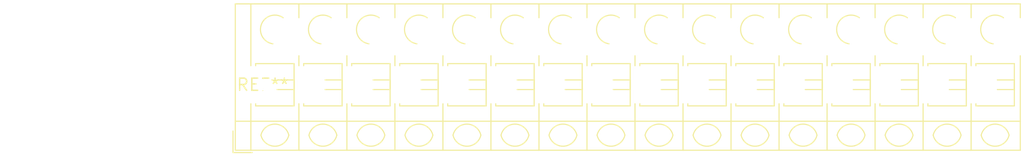
<source format=kicad_pcb>
(kicad_pcb (version 20240108) (generator pcbnew)
  (layers (0 "F.Cu" signal) (31 "B.Cu" signal) (34 "B.Paste" user) (35 "F.Paste" user) (36 "B.SilkS" user "B.Silkscreen") (37 "F.SilkS" user "F.Silkscreen") (38 "B.Mask" user) (39 "F.Mask" user) (44 "Edge.Cuts" user))
  (net 0 "")
  (footprint "TerminalBlock_WAGO_804-116_1x16_P5.00mm_45Degree" (layer "F.Cu") (at 0 0)
    (property "Reference" "REF**")
    (property "Value" "TerminalBlock_WAGO_804-116_1x16_P5.00mm_45Degree")
    (fp_line (start -3.11 4.82) (end -3.11 7.06) (layer "F.SilkS") (stroke (width 0.12)))
    (fp_line (start -3.11 7.06) (end -1.11 7.06) (layer "F.SilkS") (stroke (width 0.12)))
    (fp_line (start -2.87 -8.42) (end -2.87 6.82) (layer "F.SilkS") (stroke (width 0.12)))
    (fp_line (start -2.87 -8.42) (end 78.87 -8.42) (layer "F.SilkS") (stroke (width 0.12)))
    (fp_line (start -2.87 3.8) (end 78.87 3.8) (layer "F.SilkS") (stroke (width 0.12)))
    (fp_line (start -2.87 6.82) (end 78.87 6.82) (layer "F.SilkS") (stroke (width 0.12)))
    (fp_line (start -1.25 -8.42) (end -1.25 -1.98) (layer "F.SilkS") (stroke (width 0.12)))
    (fp_line (start -1.25 1.98) (end -1.25 6.82) (layer "F.SilkS") (stroke (width 0.12)))
    (fp_line (start -0.75 -2.2) (end -0.75 -1.98) (layer "F.SilkS") (stroke (width 0.12)))
    (fp_line (start -0.75 -2.2) (end 3.25 -2.2) (layer "F.SilkS") (stroke (width 0.12)))
    (fp_line (start -0.75 1.98) (end -0.75 2.2) (layer "F.SilkS") (stroke (width 0.12)))
    (fp_line (start -0.75 2.2) (end 3.25 2.2) (layer "F.SilkS") (stroke (width 0.12)))
    (fp_line (start 1.48 -0.5) (end 3.25 -0.5) (layer "F.SilkS") (stroke (width 0.12)))
    (fp_line (start 1.48 0.5) (end 3.25 0.5) (layer "F.SilkS") (stroke (width 0.12)))
    (fp_line (start 3.25 -2.2) (end 3.25 2.2) (layer "F.SilkS") (stroke (width 0.12)))
    (fp_line (start 3.25 -0.5) (end 3.25 0.5) (layer "F.SilkS") (stroke (width 0.12)))
    (fp_line (start 3.75 -8.42) (end 3.75 -6.98) (layer "F.SilkS") (stroke (width 0.12)))
    (fp_line (start 3.75 -3.02) (end 3.75 -1.98) (layer "F.SilkS") (stroke (width 0.12)))
    (fp_line (start 3.75 1.98) (end 3.75 6.82) (layer "F.SilkS") (stroke (width 0.12)))
    (fp_line (start 4.25 -2.2) (end 4.25 -1.98) (layer "F.SilkS") (stroke (width 0.12)))
    (fp_line (start 4.25 -2.2) (end 8.25 -2.2) (layer "F.SilkS") (stroke (width 0.12)))
    (fp_line (start 4.25 1.98) (end 4.25 2.2) (layer "F.SilkS") (stroke (width 0.12)))
    (fp_line (start 4.25 2.2) (end 8.25 2.2) (layer "F.SilkS") (stroke (width 0.12)))
    (fp_line (start 6.48 -0.5) (end 8.25 -0.5) (layer "F.SilkS") (stroke (width 0.12)))
    (fp_line (start 6.48 0.5) (end 8.25 0.5) (layer "F.SilkS") (stroke (width 0.12)))
    (fp_line (start 8.25 -2.2) (end 8.25 2.2) (layer "F.SilkS") (stroke (width 0.12)))
    (fp_line (start 8.25 -0.5) (end 8.25 0.5) (layer "F.SilkS") (stroke (width 0.12)))
    (fp_line (start 8.75 -8.42) (end 8.75 -6.98) (layer "F.SilkS") (stroke (width 0.12)))
    (fp_line (start 8.75 -3.02) (end 8.75 -1.98) (layer "F.SilkS") (stroke (width 0.12)))
    (fp_line (start 8.75 1.98) (end 8.75 6.82) (layer "F.SilkS") (stroke (width 0.12)))
    (fp_line (start 9.25 -2.2) (end 9.25 -1.98) (layer "F.SilkS") (stroke (width 0.12)))
    (fp_line (start 9.25 -2.2) (end 13.25 -2.2) (layer "F.SilkS") (stroke (width 0.12)))
    (fp_line (start 9.25 1.98) (end 9.25 2.2) (layer "F.SilkS") (stroke (width 0.12)))
    (fp_line (start 9.25 2.2) (end 13.25 2.2) (layer "F.SilkS") (stroke (width 0.12)))
    (fp_line (start 11.48 -0.5) (end 13.25 -0.5) (layer "F.SilkS") (stroke (width 0.12)))
    (fp_line (start 11.48 0.5) (end 13.25 0.5) (layer "F.SilkS") (stroke (width 0.12)))
    (fp_line (start 13.25 -2.2) (end 13.25 2.2) (layer "F.SilkS") (stroke (width 0.12)))
    (fp_line (start 13.25 -0.5) (end 13.25 0.5) (layer "F.SilkS") (stroke (width 0.12)))
    (fp_line (start 13.75 -8.42) (end 13.75 -6.98) (layer "F.SilkS") (stroke (width 0.12)))
    (fp_line (start 13.75 -3.02) (end 13.75 -1.98) (layer "F.SilkS") (stroke (width 0.12)))
    (fp_line (start 13.75 1.98) (end 13.75 6.82) (layer "F.SilkS") (stroke (width 0.12)))
    (fp_line (start 14.25 -2.2) (end 14.25 -1.98) (layer "F.SilkS") (stroke (width 0.12)))
    (fp_line (start 14.25 -2.2) (end 18.25 -2.2) (layer "F.SilkS") (stroke (width 0.12)))
    (fp_line (start 14.25 1.98) (end 14.25 2.2) (layer "F.SilkS") (stroke (width 0.12)))
    (fp_line (start 14.25 2.2) (end 18.25 2.2) (layer "F.SilkS") (stroke (width 0.12)))
    (fp_line (start 16.48 -0.5) (end 18.25 -0.5) (layer "F.SilkS") (stroke (width 0.12)))
    (fp_line (start 16.48 0.5) (end 18.25 0.5) (layer "F.SilkS") (stroke (width 0.12)))
    (fp_line (start 18.25 -2.2) (end 18.25 2.2) (layer "F.SilkS") (stroke (width 0.12)))
    (fp_line (start 18.25 -0.5) (end 18.25 0.5) (layer "F.SilkS") (stroke (width 0.12)))
    (fp_line (start 18.75 -8.42) (end 18.75 -6.98) (layer "F.SilkS") (stroke (width 0.12)))
    (fp_line (start 18.75 -3.02) (end 18.75 -1.98) (layer "F.SilkS") (stroke (width 0.12)))
    (fp_line (start 18.75 1.98) (end 18.75 6.82) (layer "F.SilkS") (stroke (width 0.12)))
    (fp_line (start 19.25 -2.2) (end 19.25 -1.98) (layer "F.SilkS") (stroke (width 0.12)))
    (fp_line (start 19.25 -2.2) (end 23.25 -2.2) (layer "F.SilkS") (stroke (width 0.12)))
    (fp_line (start 19.25 1.98) (end 19.25 2.2) (layer "F.SilkS") (stroke (width 0.12)))
    (fp_line (start 19.25 2.2) (end 23.25 2.2) (layer "F.SilkS") (stroke (width 0.12)))
    (fp_line (start 21.48 -0.5) (end 23.25 -0.5) (layer "F.SilkS") (stroke (width 0.12)))
    (fp_line (start 21.48 0.5) (end 23.25 0.5) (layer "F.SilkS") (stroke (width 0.12)))
    (fp_line (start 23.25 -2.2) (end 23.25 2.2) (layer "F.SilkS") (stroke (width 0.12)))
    (fp_line (start 23.25 -0.5) (end 23.25 0.5) (layer "F.SilkS") (stroke (width 0.12)))
    (fp_line (start 23.75 -8.42) (end 23.75 -6.98) (layer "F.SilkS") (stroke (width 0.12)))
    (fp_line (start 23.75 -3.02) (end 23.75 -1.98) (layer "F.SilkS") (stroke (width 0.12)))
    (fp_line (start 23.75 1.98) (end 23.75 6.82) (layer "F.SilkS") (stroke (width 0.12)))
    (fp_line (start 24.25 -2.2) (end 24.25 -1.98) (layer "F.SilkS") (stroke (width 0.12)))
    (fp_line (start 24.25 -2.2) (end 28.25 -2.2) (layer "F.SilkS") (stroke (width 0.12)))
    (fp_line (start 24.25 1.98) (end 24.25 2.2) (layer "F.SilkS") (stroke (width 0.12)))
    (fp_line (start 24.25 2.2) (end 28.25 2.2) (layer "F.SilkS") (stroke (width 0.12)))
    (fp_line (start 26.48 -0.5) (end 28.25 -0.5) (layer "F.SilkS") (stroke (width 0.12)))
    (fp_line (start 26.48 0.5) (end 28.25 0.5) (layer "F.SilkS") (stroke (width 0.12)))
    (fp_line (start 28.25 -2.2) (end 28.25 2.2) (layer "F.SilkS") (stroke (width 0.12)))
    (fp_line (start 28.25 -0.5) (end 28.25 0.5) (layer "F.SilkS") (stroke (width 0.12)))
    (fp_line (start 28.75 -8.42) (end 28.75 -6.98) (layer "F.SilkS") (stroke (width 0.12)))
    (fp_line (start 28.75 -3.02) (end 28.75 -1.98) (layer "F.SilkS") (stroke (width 0.12)))
    (fp_line (start 28.75 1.98) (end 28.75 6.82) (layer "F.SilkS") (stroke (width 0.12)))
    (fp_line (start 29.25 -2.2) (end 29.25 -1.98) (layer "F.SilkS") (stroke (width 0.12)))
    (fp_line (start 29.25 -2.2) (end 33.25 -2.2) (layer "F.SilkS") (stroke (width 0.12)))
    (fp_line (start 29.25 1.98) (end 29.25 2.2) (layer "F.SilkS") (stroke (width 0.12)))
    (fp_line (start 29.25 2.2) (end 33.25 2.2) (layer "F.SilkS") (stroke (width 0.12)))
    (fp_line (start 31.48 -0.5) (end 33.25 -0.5) (layer "F.SilkS") (stroke (width 0.12)))
    (fp_line (start 31.48 0.5) (end 33.25 0.5) (layer "F.SilkS") (stroke (width 0.12)))
    (fp_line (start 33.25 -2.2) (end 33.25 2.2) (layer "F.SilkS") (stroke (width 0.12)))
    (fp_line (start 33.25 -0.5) (end 33.25 0.5) (layer "F.SilkS") (stroke (width 0.12)))
    (fp_line (start 33.75 -8.42) (end 33.75 -6.98) (layer "F.SilkS") (stroke (width 0.12)))
    (fp_line (start 33.75 -3.02) (end 33.75 -1.98) (layer "F.SilkS") (stroke (width 0.12)))
    (fp_line (start 33.75 1.98) (end 33.75 6.82) (layer "F.SilkS") (stroke (width 0.12)))
    (fp_line (start 34.25 -2.2) (end 34.25 -1.98) (layer "F.SilkS") (stroke (width 0.12)))
    (fp_line (start 34.25 -2.2) (end 38.25 -2.2) (layer "F.SilkS") (stroke (width 0.12)))
    (fp_line (start 34.25 1.98) (end 34.25 2.2) (layer "F.SilkS") (stroke (width 0.12)))
    (fp_line (start 34.25 2.2) (end 38.25 2.2) (layer "F.SilkS") (stroke (width 0.12)))
    (fp_line (start 36.48 -0.5) (end 38.25 -0.5) (layer "F.SilkS") (stroke (width 0.12)))
    (fp_line (start 36.48 0.5) (end 38.25 0.5) (layer "F.SilkS") (stroke (width 0.12)))
    (fp_line (start 38.25 -2.2) (end 38.25 2.2) (layer "F.SilkS") (stroke (width 0.12)))
    (fp_line (start 38.25 -0.5) (end 38.25 0.5) (layer "F.SilkS") (stroke (width 0.12)))
    (fp_line (start 38.75 -8.42) (end 38.75 -6.98) (layer "F.SilkS") (stroke (width 0.12)))
    (fp_line (start 38.75 -3.02) (end 38.75 -1.98) (layer "F.SilkS") (stroke (width 0.12)))
    (fp_line (start 38.75 1.98) (end 38.75 6.82) (layer "F.SilkS") (stroke (width 0.12)))
    (fp_line (start 39.25 -2.2) (end 39.25 -1.98) (layer "F.SilkS") (stroke (width 0.12)))
    (fp_line (start 39.25 -2.2) (end 43.25 -2.2) (layer "F.SilkS") (stroke (width 0.12)))
    (fp_line (start 39.25 1.98) (end 39.25 2.2) (layer "F.SilkS") (stroke (width 0.12)))
    (fp_line (start 39.25 2.2) (end 43.25 2.2) (layer "F.SilkS") (stroke (width 0.12)))
    (fp_line (start 41.48 -0.5) (end 43.25 -0.5) (layer "F.SilkS") (stroke (width 0.12)))
    (fp_line (start 41.48 0.5) (end 43.25 0.5) (layer "F.SilkS") (stroke (width 0.12)))
    (fp_line (start 43.25 -2.2) (end 43.25 2.2) (layer "F.SilkS") (stroke (width 0.12)))
    (fp_line (start 43.25 -0.5) (end 43.25 0.5) (layer "F.SilkS") (stroke (width 0.12)))
    (fp_line (start 43.75 -8.42) (end 43.75 -6.98) (layer "F.SilkS") (stroke (width 0.12)))
    (fp_line (start 43.75 -3.02) (end 43.75 -1.98) (layer "F.SilkS") (stroke (width 0.12)))
    (fp_line (start 43.75 1.98) (end 43.75 6.82) (layer "F.SilkS") (stroke (width 0.12)))
    (fp_line (start 44.25 -2.2) (end 44.25 -1.98) (layer "F.SilkS") (stroke (width 0.12)))
    (fp_line (start 44.25 -2.2) (end 48.25 -2.2) (layer "F.SilkS") (stroke (width 0.12)))
    (fp_line (start 44.25 1.98) (end 44.25 2.2) (layer "F.SilkS") (stroke (width 0.12)))
    (fp_line (start 44.25 2.2) (end 48.25 2.2) (layer "F.SilkS") (stroke (width 0.12)))
    (fp_line (start 46.48 -0.5) (end 48.25 -0.5) (layer "F.SilkS") (stroke (width 0.12)))
    (fp_line (start 46.48 0.5) (end 48.25 0.5) (layer "F.SilkS") (stroke (width 0.12)))
    (fp_line (start 48.25 -2.2) (end 48.25 2.2) (layer "F.SilkS") (stroke (width 0.12)))
    (fp_line (start 48.25 -0.5) (end 48.25 0.5) (layer "F.SilkS") (stroke (width 0.12)))
    (fp_line (start 48.75 -8.42) (end 48.75 -6.98) (layer "F.SilkS") (stroke (width 0.12)))
    (fp_line (start 48.75 -3.02) (end 48.75 -1.98) (layer "F.SilkS") (stroke (width 0.12)))
    (fp_line (start 48.75 1.98) (end 48.75 6.82) (layer "F.SilkS") (stroke (width 0.12)))
    (fp_line (start 49.25 -2.2) (end 49.25 -1.98) (layer "F.SilkS") (stroke (width 0.12)))
    (fp_line (start 49.25 -2.2) (end 53.25 -2.2) (layer "F.SilkS") (stroke (width 0.12)))
    (fp_line (start 49.25 1.98) (end 49.25 2.2) (layer "F.SilkS") (stroke (width 0.12)))
    (fp_line (start 49.25 2.2) (end 53.25 2.2) (layer "F.SilkS") (stroke (width 0.12)))
    (fp_line (start 51.48 -0.5) (end 53.25 -0.5) (layer "F.SilkS") (stroke (width 0.12)))
    (fp_line (start 51.48 0.5) (end 53.25 0.5) (layer "F.SilkS") (stroke (width 0.12)))
    (fp_line (start 53.25 -2.2) (end 53.25 2.2) (layer "F.SilkS") (stroke (width 0.12)))
    (fp_line (start 53.25 -0.5) (end 53.25 0.5) (layer "F.SilkS") (stroke (width 0.12)))
    (fp_line (start 53.75 -8.42) (end 53.75 -6.98) (layer "F.SilkS") (stroke (width 0.12)))
    (fp_line (start 53.75 -3.02) (end 53.75 -1.98) (layer "F.SilkS") (stroke (width 0.12)))
    (fp_line (start 53.75 1.98) (end 53.75 6.82) (layer "F.SilkS") (stroke (width 0.12)))
    (fp_line (start 54.25 -2.2) (end 54.25 -1.98) (layer "F.SilkS") (stroke (width 0.12)))
    (fp_line (start 54.25 -2.2) (end 58.25 -2.2) (layer "F.SilkS") (stroke (width 0.12)))
    (fp_line (start 54.25 1.98) (end 54.25 2.2) (layer "F.SilkS") (stroke (width 0.12)))
    (fp_line (start 54.25 2.2) (end 58.25 2.2) (layer "F.SilkS") (stroke (width 0.12)))
    (fp_line (start 56.48 -0.5) (end 58.25 -0.5) (layer "F.SilkS") (stroke (width 0.12)))
    (fp_line (start 56.48 0.5) (end 58.25 0.5) (layer "F.SilkS") (stroke (width 0.12)))
    (fp_line (start 58.25 -2.2) (end 58.25 2.2) (layer "F.SilkS") (stroke (width 0.12)))
    (fp_line (start 58.25 -0.5) (end 58.25 0.5) (layer "F.SilkS") (stroke (width 0.12)))
    (fp_line (start 58.75 -8.42) (end 58.75 -6.98) (layer "F.SilkS") (stroke (width 0.12)))
    (fp_line (start 58.75 -3.02) (end 58.75 -1.98) (layer "F.SilkS") (stroke (width 0.12)))
    (fp_line (start 58.75 1.98) (end 58.75 6.82) (layer "F.SilkS") (stroke (width 0.12)))
    (fp_line (start 59.25 -2.2) (end 59.25 -1.98) (layer "F.SilkS") (stroke (width 0.12)))
    (fp_line (start 59.25 -2.2) (end 63.25 -2.2) (layer "F.SilkS") (stroke (width 0.12)))
    (fp_line (start 59.25 1.98) (end 59.25 2.2) (layer "F.SilkS") (stroke (width 0.12)))
    (fp_line (start 59.25 2.2) (end 63.25 2.2) (layer "F.SilkS") (stroke (width 0.12)))
    (fp_line (start 61.48 -0.5) (end 63.25 -0.5) (layer "F.SilkS") (stroke (width 0.12)))
    (fp_line (start 61.48 0.5) (end 63.25 0.5) (layer "F.SilkS") (stroke (width 0.12)))
    (fp_line (start 63.25 -2.2) (end 63.25 2.2) (layer "F.SilkS") (stroke (width 0.12)))
    (fp_line (start 63.25 -0.5) (end 63.25 0.5) (layer "F.SilkS") (stroke (width 0.12)))
    (fp_line (start 63.75 -8.42) (end 63.75 -6.98) (layer "F.SilkS") (stroke (width 0.12)))
    (fp_line (start 63.75 -3.02) (end 63.75 -1.98) (layer "F.SilkS") (stroke (width 0.12)))
    (fp_line (start 63.75 1.98) (end 63.75 6.82) (layer "F.SilkS") (stroke (width 0.12)))
    (fp_line (start 64.25 -2.2) (end 64.25 -1.98) (layer "F.SilkS") (stroke (width 0.12)))
    (fp_line (start 64.25 -2.2) (end 68.25 -2.2) (layer "F.SilkS") (stroke (width 0.12)))
    (fp_line (start 64.25 1.98) (end 64.25 2.2) (layer "F.SilkS") (stroke (width 0.12)))
    (fp_line (start 64.25 2.2) (end 68.25 2.2) (layer "F.SilkS") (stroke (width 0.12)))
    (fp_line (start 66.48 -0.5) (end 68.25 -0.5) (layer "F.SilkS") (stroke (width 0.12)))
    (fp_line (start 66.48 0.5) (end 68.25 0.5) (layer "F.SilkS") (stroke (width 0.12)))
    (fp_line (start 68.25 -2.2) (end 68.25 2.2) (layer "F.SilkS") (stroke (width 0.12)))
    (fp_line (start 68.25 -0.5) (end 68.25 0.5) (layer "F.SilkS") (stroke (width 0.12)))
    (fp_line (start 68.75 -8.42) (end 68.75 -6.98) (layer "F.SilkS") (stroke (width 0.12)))
    (fp_line (start 68.75 -3.02) (end 68.75 -1.98) (layer "F.SilkS") (stroke (width 0.12)))
    (fp_line (start 68.75 1.98) (end 68.75 6.82) (layer "F.SilkS") (stroke (width 0.12)))
    (fp_line (start 69.25 -2.2) (end 69.25 -1.98) (layer "F.SilkS") (stroke (width 0.12)))
    (fp_line (start 69.25 -2.2) (end 73.25 -2.2) (layer "F.SilkS") (stroke (width 0.12)))
    (fp_line (start 69.25 1.98) (end 69.25 2.2) (layer "F.SilkS") (stroke (width 0.12)))
    (fp_line (start 69.25 2.2) (end 73.25 2.2) (layer "F.SilkS") (stroke (width 0.12)))
    (fp_line (start 71.48 -0.5) (end 73.25 -0.5) (layer "F.SilkS") (stroke (width 0.12)))
    (fp_line (start 71.48 0.5) (end 73.25 0.5) (layer "F.SilkS") (stroke (width 0.12)))
    (fp_line (start 73.25 -2.2) (end 73.25 2.2) (layer "F.SilkS") (stroke (width 0.12)))
    (fp_line (start 73.25 -0.5) (end 73.25 0.5) (layer "F.SilkS") (stroke (width 0.12)))
    (fp_line (start 73.75 -8.42) (end 73.75 -6.98) (layer "F.SilkS") (stroke (width 0.12)))
    (fp_line (start 73.75 -3.02) (end 73.75 -1.98) (layer "F.SilkS") (stroke (width 0.12)))
    (fp_line (start 73.75 1.98) (end 73.75 6.82) (layer "F.SilkS") (stroke (width 0.12)))
    (fp_line (start 74.25 -2.2) (end 74.25 -1.98) (layer "F.SilkS") (stroke (width 0.12)))
    (fp_line (start 74.25 -2.2) (end 78.25 -2.2) (layer "F.SilkS") (stroke (width 0.12)))
    (fp_line (start 74.25 1.98) (end 74.25 2.2) (layer "F.SilkS") (stroke (width 0.12)))
    (fp_line (start 74.25 2.2) (end 78.25 2.2) (layer "F.SilkS") (stroke (width 0.12)))
    (fp_line (start 76.48 -0.5) (end 78.25 -0.5) (layer "F.SilkS") (stroke (width 0.12)))
    (fp_line (start 76.48 0.5) (end 78.25 0.5) (layer "F.SilkS") (stroke (width 0.12)))
    (fp_line (start 78.25 -2.2) (end 78.25 2.2) (layer "F.SilkS") (stroke (width 0.12)))
    (fp_line (start 78.25 -0.5) (end 78.25 0.5) (layer "F.SilkS") (stroke (width 0.12)))
    (fp_line (start 78.87 -8.42) (end 78.87 -6.98) (layer "F.SilkS") (stroke (width 0.12)))
    (fp_line (start 78.87 -3.02) (end 78.87 6.82) (layer "F.SilkS") (stroke (width 0.12)))
    (fp_arc (start -0.200865 5.250424) (mid 1.250296 4.099926) (end 2.701 5.251) (layer "F.SilkS") (stroke (width 0.12)))
    (fp_arc (start 1.040798 -4.264067) (mid -0.146039 -6.300306) (end 2.111 -6.979) (layer "F.SilkS") (stroke (width 0.12)))
    (fp_arc (start 2.7 5.25) (mid 1.250068 6.400101) (end -0.199969 5.250133) (layer "F.SilkS") (stroke (width 0.12)))
    (fp_arc (start 4.799135 5.250424) (mid 6.250296 4.099926) (end 7.701 5.251) (layer "F.SilkS") (stroke (width 0.12)))
    (fp_arc (start 6.040798 -4.264067) (mid 4.853961 -6.300306) (end 7.111 -6.979) (layer "F.SilkS") (stroke (width 0.12)))
    (fp_arc (start 7.7 5.25) (mid 6.250068 6.400101) (end 4.800031 5.250133) (layer "F.SilkS") (stroke (width 0.12)))
    (fp_arc (start 9.799135 5.250424) (mid 11.250296 4.099926) (end 12.701 5.251) (layer "F.SilkS") (stroke (width 0.12)))
    (fp_arc (start 11.040798 -4.264067) (mid 9.853961 -6.300306) (end 12.111 -6.979) (layer "F.SilkS") (stroke (width 0.12)))
    (fp_arc (start 12.7 5.25) (mid 11.250068 6.400101) (end 9.800031 5.250133) (layer "F.SilkS") (stroke (width 0.12)))
    (fp_arc (start 14.799135 5.250424) (mid 16.250296 4.099926) (end 17.701 5.251) (layer "F.SilkS") (stroke (width 0.12)))
    (fp_arc (start 16.040798 -4.264067) (mid 14.853961 -6.300306) (end 17.111 -6.979) (layer "F.SilkS") (stroke (width 0.12)))
    (fp_arc (start 17.7 5.25) (mid 16.250068 6.400101) (end 14.800031 5.250133) (layer "F.SilkS") (stroke (width 0.12)))
    (fp_arc (start 19.799135 5.250424) (mid 21.250296 4.099926) (end 22.701 5.251) (layer "F.SilkS") (stroke (width 0.12)))
    (fp_arc (start 21.040798 -4.264067) (mid 19.853961 -6.300306) (end 22.111 -6.979) (layer "F.SilkS") (stroke (width 0.12)))
    (fp_arc (start 22.7 5.25) (mid 21.250068 6.400101) (end 19.800031 5.250133) (layer "F.SilkS") (stroke (width 0.12)))
    (fp_arc (start 24.799135 5.250424) (mid 26.250296 4.099926) (end 27.701 5.251) (layer "F.SilkS") (stroke (width 0.12)))
    (fp_arc (start 26.040798 -4.264067) (mid 24.853961 -6.300306) (end 27.111 -6.979) (layer "F.SilkS") (stroke (width 0.12)))
    (fp_arc (start 27.7 5.25) (mid 26.250068 6.400101) (end 24.800031 5.250133) (layer "F.SilkS") (stroke (width 0.12)))
    (fp_arc (start 29.799135 5.250424) (mid 31.250296 4.099926) (end 32.701 5.251) (layer "F.SilkS") (stroke (width 0.12)))
    (fp_arc (start 31.040798 -4.264067) (mid 29.853961 -6.300306) (end 32.111 -6.979) (layer "F.SilkS") (stroke (width 0.12)))
    (fp_arc (start 32.701 5.25) (mid 31.250296 6.401074) (end 29.799135 5.250576) (layer "F.SilkS") (stroke (width 0.12)))
    (fp_arc (start 34.799135 5.250424) (mid 36.250296 4.099926) (end 37.701 5.251) (layer "F.SilkS") (stroke (width 0.12)))
    (fp_arc (start 36.040798 -4.264067) (mid 34.853961 -6.300306) (end 37.111 -6.979) (layer "F.SilkS") (stroke (width 0.12)))
    (fp_arc (start 37.7 5.25) (mid 36.250068 6.400101) (end 34.800031 5.250133) (layer "F.SilkS") (stroke (width 0.12)))
    (fp_arc (start 39.799135 5.250424) (mid 41.250296 4.099926) (end 42.701 5.251) (layer "F.SilkS") (stroke (width 0.12)))
    (fp_arc (start 41.040798 -4.264067) (mid 39.853961 -6.300306) (end 42.111 -6.979) (layer "F.SilkS") (stroke (width 0.12)))
    (fp_arc (start 42.7 5.25) (mid 41.250068 6.400101) (end 39.800031 5.250133) (layer "F.SilkS") (stroke (width 0.12)))
    (fp_arc (start 44.799135 5.250424) (mid 46.250296 4.099926) (end 47.701 5.251) (layer "F.SilkS") (stroke (width 0.12)))
    (fp_arc (start 46.040798 -4.264067) (mid 44.853961 -6.300306) (end 47.111 -6.979) (layer "F.SilkS") (stroke (width 0.12)))
    (fp_arc (start 47.7 5.25) (mid 46.250068 6.400101) (end 44.800031 5.250133) (layer "F.SilkS") (stroke (width 0.12)))
    (fp_arc (start 49.799135 5.250424) (mid 51.250296 4.099926) (end 52.701 5.251) (layer "F.SilkS") (stroke (width 0.12)))
    (fp_arc (start 51.040798 -4.264067) (mid 49.853961 -6.300306) (end 52.111 -6.979) (layer "F.SilkS") (stroke (width 0.12)))
    (fp_arc (start 52.7 5.25) (mid 51.250068 6.400101) (end 49.800031 5.250133) (layer "F.SilkS") (stroke (width 0.12)))
    (fp_arc (start 54.799135 5.250424) (mid 56.250296 4.099926) (end 57.701 5.251) (layer "F.SilkS") (stroke (width 0.12)))
    (fp_arc (start 56.040798 -4.264067) (mid 54.853961 -6.300306) (end 57.111 -6.979) (layer "F.SilkS") (stroke (width 0.12)))
    (fp_arc (start 57.7 5.25) (mid 56.250068 6.400101) (end 54.800031 5.250133) (layer "F.SilkS") (stroke (width 0.12)))
    (fp_arc (start 59.799135 5.250424) (mid 61.250296 4.099926) (end 62.701 5.251) (layer "F.SilkS") (stroke (width 0.12)))
    (fp_arc (start 61.040798 -4.264067) (mid 59.853961 -6.300306) (end 62.111 -6.979) (layer "F.SilkS") (stroke (width 0.12)))
    (fp_arc (start 62.7 5.25) (mid 61.250068 6.400101) (end 59.800031 5.250133) (layer "F.SilkS") (stroke (width 0.12)))
    (fp_arc (start 64.799135 5.250424) (mid 66.250296 4.099926) (end 67.701 5.251) (layer "F.SilkS") (stroke (width 0.12)))
    (fp_arc (start 66.040798 -4.264067) (mid 64.853961 -6.300306) (end 67.111 -6.979) (layer "F.SilkS") (stroke (width 0.12)))
    (fp_arc (start 67.7 5.25) (mid 66.250068 6.400101) (end 64.800031 5.250133) (layer "F.SilkS") (stroke (width 0.12)))
    (fp_arc (start 69.799135 5.250424) (mid 71.250296 4.099926) (end 72.701 5.251) (layer "F.SilkS") (stroke (width 0.12)))
    (fp_arc (start 71.040798 -4.264067) (mid 69.853961 -6.300306) (end 72.111 -6.979) (layer "F.SilkS") (stroke (width 0.12)))
    (fp_arc (start 72.7 5.25) (mid 71.250068 6.400101) (end 69.800031 5.250133) (layer "F.SilkS") (stroke (width 0.12)))
    (fp_arc (start 74.799135 5.250424) (mid 76.250296 4.099926) (end 77.701 5.251) (layer "F.SilkS") (stroke (width 0.12)))
    (fp_arc (start 76.040798 -4.264067) (mid 74.853961 -6.300306) (end 77.111 -6.979) (layer "F.SilkS") (stroke (width 0.12)))
    (fp_arc (start 77.7 5.25) (mid 76.250068 6.400101) (end 74.800031 5.250133) (layer "F.SilkS") (stroke (width 0.12)))
    (pad "1" thru_hole rect (at 0 0) (size 2 3) (drill 1.2) (layers *.Cu *.Mask) (remove_unused_layers))
    (pad "1" thru_hole rect (at 2.5 -5) (size 2 3) (drill 1.2) (layers *.Cu *.Mask) (remove_unused_layers))
    (pad "2" thru_hole oval (at 5 0) (size 2 3) (drill 1.2) (layers *.Cu *.Mask) (remove_unused_layers))
    (pad "2" thru_hole oval (at 7.5 -5) (size 2 3) (drill 1.2) (layers *.Cu *.Mask) (remove_unused_layers))
    (pad "3" thru_hole oval (at 10 0) (size 2 3) (drill 1.2) (layers *.Cu *.Mask) (remove_unused_layers))
    (pad "3" thru_hole oval (at 12.5 -5) (size 2 3) (drill 1.2) (layers *.Cu *.Mask) (remove_unused_layers))
    (pad "4" thru_hole oval (at 15 0) (size 2 3) (drill 1.2) (layers *.Cu *.Mask) (remove_unused_layers))
    (pad "4" thru_hole oval (at 17.5 -5) (size 2 3) (drill 1.2) (layers *.Cu *.Mask) (remove_unused_layers))
    (pad "5" thru_hole oval (at 20 0) (size 2 3) (drill 1.2) (layers *.Cu *.Mask) (remove_unused_layers))
    (pad "5" thru_hole oval (at 22.5 -5) (size 2 3) (drill 1.2) (layers *.Cu *.Mask) (remove_unused_layers))
    (pad "6" thru_hole oval (at 25 0) (size 2 3) (drill 1.2) (layers *.Cu *.Mask) (remove_unused_layers))
    (pad "6" thru_hole oval (at 27.5 -5) (size 2 3) (drill 1.2) (layers *.Cu *.Mask) (remove_unused_layers))
    (pad "7" thru_hole oval (at 30 0) (size 2 3) (drill 1.2) (layers *.Cu *.Mask) (remove_unused_layers))
    (pad "7" thru_hole oval (at 32.5 -5) (size 2 3) (drill 1.2) (layers *.Cu *.Mask) (remove_unused_layers))
    (pad "8" thru_hole oval (at 35 0) (size 2 3) (drill 1.2) (layers *.Cu *.Mask) (remove_unused_layers))
    (pad "8" thru_hole oval (at 37.5 -5) (size 2 3) (drill 1.2) (layers *.Cu *.Mask) (remove_unused_layers))
    (pad "9" thru_hole oval (at 40 0) (size 2 3) (drill 1.2) (layers *.Cu *.Mask) (remove_unused_layers))
    (pad "9" thru_hole oval (at 42.5 -5) (size 2 3) (drill 1.2) (layers *.Cu *.Mask) (remove_unused_layers))
    (pad "10" thru_hole oval (at 45 0) (size 2 3) (drill 1.2) (layers *.Cu *.Mask) (remove_unused_layers))
    (pad "10" thru_hole oval (at 47.5 -5) (size 2 3) (drill 1.2) (layers *.Cu *.Mask) (remove_unused_layers))
    (pad "11" thru_hole oval (at 50 0) (size 2 3) (drill 1.2) (layers *.Cu *.Mask) (remove_unused_layers))
    (pad "11" thru_hole oval (at 52.5 -5) (size 2 3) (drill 1.2) (layers *.Cu *.Mask) (remove_unused_layers))
    (pad "12" thru_hole oval (at 55 0) (size 2 3) (drill 1.2) (layers *.Cu *.Mask) (remove_unused_layers))
    (pad "12" thru_hole oval (at 57.5 -5) (size 2 3) (drill 1.2) (layers *.Cu *.Mask) (remove_unused_layers))
    (pad "13" thru_hole oval (at 60 0) (size 2 3) (drill 1.2) (layers *.Cu *.Mask) (remove_unused_layers))
    (pad "13" thru_hole oval (at 62.5 -5) (size 2 3) (drill 1.2) (layers *.Cu *.Mask) (remove_unused_layers))
    (pad "14" thru_hole oval (at 65 0) (size 2 3) (drill 1.2) (layers *.Cu *.Mask) (remove_unused_layers))
    (pad "14" thru_hole oval (at 67.5 -5) (size 2 3) (drill 1.2) (layers *.Cu *.Mask) (remove_unused_layers))
    (pad "15" thru_hole oval (at 70 0) (size 2 3) (drill 1.2) (layers *.Cu *.Mask) (remove_unused_layers))
    (pad "15" thru_hole oval (at 72.5 -5) (size 2 3) (drill 1.2) (layers *.Cu *.Mask) (remove_unused_layers))
    (pad "16" thru_hole oval (at 75 0) (size 2 3) (drill 1.2) (layers *.Cu *.Mask) (remove_unused_layers))
    (pad "16" thru_hole oval (at 77.5 -5) (size 2 3) (drill 1.2) (layers *.Cu *.Mask) (remove_unused_layers))
  )
)
</source>
